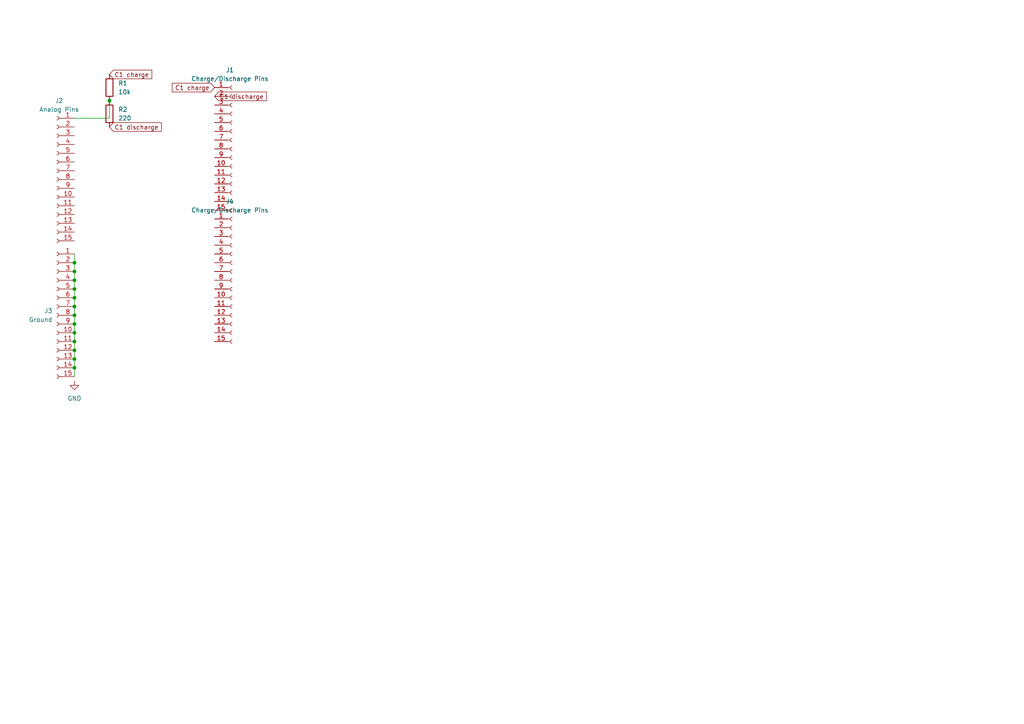
<source format=kicad_sch>
(kicad_sch (version 20211123) (generator eeschema)

  (uuid 52450f7a-da57-4bb4-9870-ff43a200397d)

  (paper "A4")

  (lib_symbols
    (symbol "Connector:Conn_01x15_Female" (pin_names (offset 1.016) hide) (in_bom yes) (on_board yes)
      (property "Reference" "J" (id 0) (at 0 20.32 0)
        (effects (font (size 1.27 1.27)))
      )
      (property "Value" "Conn_01x15_Female" (id 1) (at 0 -20.32 0)
        (effects (font (size 1.27 1.27)))
      )
      (property "Footprint" "" (id 2) (at 0 0 0)
        (effects (font (size 1.27 1.27)) hide)
      )
      (property "Datasheet" "~" (id 3) (at 0 0 0)
        (effects (font (size 1.27 1.27)) hide)
      )
      (property "ki_keywords" "connector" (id 4) (at 0 0 0)
        (effects (font (size 1.27 1.27)) hide)
      )
      (property "ki_description" "Generic connector, single row, 01x15, script generated (kicad-library-utils/schlib/autogen/connector/)" (id 5) (at 0 0 0)
        (effects (font (size 1.27 1.27)) hide)
      )
      (property "ki_fp_filters" "Connector*:*_1x??_*" (id 6) (at 0 0 0)
        (effects (font (size 1.27 1.27)) hide)
      )
      (symbol "Conn_01x15_Female_1_1"
        (arc (start 0 -17.272) (mid -0.508 -17.78) (end 0 -18.288)
          (stroke (width 0.1524) (type default) (color 0 0 0 0))
          (fill (type none))
        )
        (arc (start 0 -14.732) (mid -0.508 -15.24) (end 0 -15.748)
          (stroke (width 0.1524) (type default) (color 0 0 0 0))
          (fill (type none))
        )
        (arc (start 0 -12.192) (mid -0.508 -12.7) (end 0 -13.208)
          (stroke (width 0.1524) (type default) (color 0 0 0 0))
          (fill (type none))
        )
        (arc (start 0 -9.652) (mid -0.508 -10.16) (end 0 -10.668)
          (stroke (width 0.1524) (type default) (color 0 0 0 0))
          (fill (type none))
        )
        (arc (start 0 -7.112) (mid -0.508 -7.62) (end 0 -8.128)
          (stroke (width 0.1524) (type default) (color 0 0 0 0))
          (fill (type none))
        )
        (arc (start 0 -4.572) (mid -0.508 -5.08) (end 0 -5.588)
          (stroke (width 0.1524) (type default) (color 0 0 0 0))
          (fill (type none))
        )
        (arc (start 0 -2.032) (mid -0.508 -2.54) (end 0 -3.048)
          (stroke (width 0.1524) (type default) (color 0 0 0 0))
          (fill (type none))
        )
        (polyline
          (pts
            (xy -1.27 -17.78)
            (xy -0.508 -17.78)
          )
          (stroke (width 0.1524) (type default) (color 0 0 0 0))
          (fill (type none))
        )
        (polyline
          (pts
            (xy -1.27 -15.24)
            (xy -0.508 -15.24)
          )
          (stroke (width 0.1524) (type default) (color 0 0 0 0))
          (fill (type none))
        )
        (polyline
          (pts
            (xy -1.27 -12.7)
            (xy -0.508 -12.7)
          )
          (stroke (width 0.1524) (type default) (color 0 0 0 0))
          (fill (type none))
        )
        (polyline
          (pts
            (xy -1.27 -10.16)
            (xy -0.508 -10.16)
          )
          (stroke (width 0.1524) (type default) (color 0 0 0 0))
          (fill (type none))
        )
        (polyline
          (pts
            (xy -1.27 -7.62)
            (xy -0.508 -7.62)
          )
          (stroke (width 0.1524) (type default) (color 0 0 0 0))
          (fill (type none))
        )
        (polyline
          (pts
            (xy -1.27 -5.08)
            (xy -0.508 -5.08)
          )
          (stroke (width 0.1524) (type default) (color 0 0 0 0))
          (fill (type none))
        )
        (polyline
          (pts
            (xy -1.27 -2.54)
            (xy -0.508 -2.54)
          )
          (stroke (width 0.1524) (type default) (color 0 0 0 0))
          (fill (type none))
        )
        (polyline
          (pts
            (xy -1.27 0)
            (xy -0.508 0)
          )
          (stroke (width 0.1524) (type default) (color 0 0 0 0))
          (fill (type none))
        )
        (polyline
          (pts
            (xy -1.27 2.54)
            (xy -0.508 2.54)
          )
          (stroke (width 0.1524) (type default) (color 0 0 0 0))
          (fill (type none))
        )
        (polyline
          (pts
            (xy -1.27 5.08)
            (xy -0.508 5.08)
          )
          (stroke (width 0.1524) (type default) (color 0 0 0 0))
          (fill (type none))
        )
        (polyline
          (pts
            (xy -1.27 7.62)
            (xy -0.508 7.62)
          )
          (stroke (width 0.1524) (type default) (color 0 0 0 0))
          (fill (type none))
        )
        (polyline
          (pts
            (xy -1.27 10.16)
            (xy -0.508 10.16)
          )
          (stroke (width 0.1524) (type default) (color 0 0 0 0))
          (fill (type none))
        )
        (polyline
          (pts
            (xy -1.27 12.7)
            (xy -0.508 12.7)
          )
          (stroke (width 0.1524) (type default) (color 0 0 0 0))
          (fill (type none))
        )
        (polyline
          (pts
            (xy -1.27 15.24)
            (xy -0.508 15.24)
          )
          (stroke (width 0.1524) (type default) (color 0 0 0 0))
          (fill (type none))
        )
        (polyline
          (pts
            (xy -1.27 17.78)
            (xy -0.508 17.78)
          )
          (stroke (width 0.1524) (type default) (color 0 0 0 0))
          (fill (type none))
        )
        (arc (start 0 0.508) (mid -0.508 0) (end 0 -0.508)
          (stroke (width 0.1524) (type default) (color 0 0 0 0))
          (fill (type none))
        )
        (arc (start 0 3.048) (mid -0.508 2.54) (end 0 2.032)
          (stroke (width 0.1524) (type default) (color 0 0 0 0))
          (fill (type none))
        )
        (arc (start 0 5.588) (mid -0.508 5.08) (end 0 4.572)
          (stroke (width 0.1524) (type default) (color 0 0 0 0))
          (fill (type none))
        )
        (arc (start 0 8.128) (mid -0.508 7.62) (end 0 7.112)
          (stroke (width 0.1524) (type default) (color 0 0 0 0))
          (fill (type none))
        )
        (arc (start 0 10.668) (mid -0.508 10.16) (end 0 9.652)
          (stroke (width 0.1524) (type default) (color 0 0 0 0))
          (fill (type none))
        )
        (arc (start 0 13.208) (mid -0.508 12.7) (end 0 12.192)
          (stroke (width 0.1524) (type default) (color 0 0 0 0))
          (fill (type none))
        )
        (arc (start 0 15.748) (mid -0.508 15.24) (end 0 14.732)
          (stroke (width 0.1524) (type default) (color 0 0 0 0))
          (fill (type none))
        )
        (arc (start 0 18.288) (mid -0.508 17.78) (end 0 17.272)
          (stroke (width 0.1524) (type default) (color 0 0 0 0))
          (fill (type none))
        )
        (pin passive line (at -5.08 17.78 0) (length 3.81)
          (name "Pin_1" (effects (font (size 1.27 1.27))))
          (number "1" (effects (font (size 1.27 1.27))))
        )
        (pin passive line (at -5.08 -5.08 0) (length 3.81)
          (name "Pin_10" (effects (font (size 1.27 1.27))))
          (number "10" (effects (font (size 1.27 1.27))))
        )
        (pin passive line (at -5.08 -7.62 0) (length 3.81)
          (name "Pin_11" (effects (font (size 1.27 1.27))))
          (number "11" (effects (font (size 1.27 1.27))))
        )
        (pin passive line (at -5.08 -10.16 0) (length 3.81)
          (name "Pin_12" (effects (font (size 1.27 1.27))))
          (number "12" (effects (font (size 1.27 1.27))))
        )
        (pin passive line (at -5.08 -12.7 0) (length 3.81)
          (name "Pin_13" (effects (font (size 1.27 1.27))))
          (number "13" (effects (font (size 1.27 1.27))))
        )
        (pin passive line (at -5.08 -15.24 0) (length 3.81)
          (name "Pin_14" (effects (font (size 1.27 1.27))))
          (number "14" (effects (font (size 1.27 1.27))))
        )
        (pin passive line (at -5.08 -17.78 0) (length 3.81)
          (name "Pin_15" (effects (font (size 1.27 1.27))))
          (number "15" (effects (font (size 1.27 1.27))))
        )
        (pin passive line (at -5.08 15.24 0) (length 3.81)
          (name "Pin_2" (effects (font (size 1.27 1.27))))
          (number "2" (effects (font (size 1.27 1.27))))
        )
        (pin passive line (at -5.08 12.7 0) (length 3.81)
          (name "Pin_3" (effects (font (size 1.27 1.27))))
          (number "3" (effects (font (size 1.27 1.27))))
        )
        (pin passive line (at -5.08 10.16 0) (length 3.81)
          (name "Pin_4" (effects (font (size 1.27 1.27))))
          (number "4" (effects (font (size 1.27 1.27))))
        )
        (pin passive line (at -5.08 7.62 0) (length 3.81)
          (name "Pin_5" (effects (font (size 1.27 1.27))))
          (number "5" (effects (font (size 1.27 1.27))))
        )
        (pin passive line (at -5.08 5.08 0) (length 3.81)
          (name "Pin_6" (effects (font (size 1.27 1.27))))
          (number "6" (effects (font (size 1.27 1.27))))
        )
        (pin passive line (at -5.08 2.54 0) (length 3.81)
          (name "Pin_7" (effects (font (size 1.27 1.27))))
          (number "7" (effects (font (size 1.27 1.27))))
        )
        (pin passive line (at -5.08 0 0) (length 3.81)
          (name "Pin_8" (effects (font (size 1.27 1.27))))
          (number "8" (effects (font (size 1.27 1.27))))
        )
        (pin passive line (at -5.08 -2.54 0) (length 3.81)
          (name "Pin_9" (effects (font (size 1.27 1.27))))
          (number "9" (effects (font (size 1.27 1.27))))
        )
      )
    )
    (symbol "Device:R" (pin_numbers hide) (pin_names (offset 0)) (in_bom yes) (on_board yes)
      (property "Reference" "R" (id 0) (at 2.032 0 90)
        (effects (font (size 1.27 1.27)))
      )
      (property "Value" "R" (id 1) (at 0 0 90)
        (effects (font (size 1.27 1.27)))
      )
      (property "Footprint" "" (id 2) (at -1.778 0 90)
        (effects (font (size 1.27 1.27)) hide)
      )
      (property "Datasheet" "~" (id 3) (at 0 0 0)
        (effects (font (size 1.27 1.27)) hide)
      )
      (property "ki_keywords" "R res resistor" (id 4) (at 0 0 0)
        (effects (font (size 1.27 1.27)) hide)
      )
      (property "ki_description" "Resistor" (id 5) (at 0 0 0)
        (effects (font (size 1.27 1.27)) hide)
      )
      (property "ki_fp_filters" "R_*" (id 6) (at 0 0 0)
        (effects (font (size 1.27 1.27)) hide)
      )
      (symbol "R_0_1"
        (rectangle (start -1.016 -2.54) (end 1.016 2.54)
          (stroke (width 0.254) (type default) (color 0 0 0 0))
          (fill (type none))
        )
      )
      (symbol "R_1_1"
        (pin passive line (at 0 3.81 270) (length 1.27)
          (name "~" (effects (font (size 1.27 1.27))))
          (number "1" (effects (font (size 1.27 1.27))))
        )
        (pin passive line (at 0 -3.81 90) (length 1.27)
          (name "~" (effects (font (size 1.27 1.27))))
          (number "2" (effects (font (size 1.27 1.27))))
        )
      )
    )
    (symbol "power:GND" (power) (pin_names (offset 0)) (in_bom yes) (on_board yes)
      (property "Reference" "#PWR" (id 0) (at 0 -6.35 0)
        (effects (font (size 1.27 1.27)) hide)
      )
      (property "Value" "GND" (id 1) (at 0 -3.81 0)
        (effects (font (size 1.27 1.27)))
      )
      (property "Footprint" "" (id 2) (at 0 0 0)
        (effects (font (size 1.27 1.27)) hide)
      )
      (property "Datasheet" "" (id 3) (at 0 0 0)
        (effects (font (size 1.27 1.27)) hide)
      )
      (property "ki_keywords" "power-flag" (id 4) (at 0 0 0)
        (effects (font (size 1.27 1.27)) hide)
      )
      (property "ki_description" "Power symbol creates a global label with name \"GND\" , ground" (id 5) (at 0 0 0)
        (effects (font (size 1.27 1.27)) hide)
      )
      (symbol "GND_0_1"
        (polyline
          (pts
            (xy 0 0)
            (xy 0 -1.27)
            (xy 1.27 -1.27)
            (xy 0 -2.54)
            (xy -1.27 -1.27)
            (xy 0 -1.27)
          )
          (stroke (width 0) (type default) (color 0 0 0 0))
          (fill (type none))
        )
      )
      (symbol "GND_1_1"
        (pin power_in line (at 0 0 270) (length 0) hide
          (name "GND" (effects (font (size 1.27 1.27))))
          (number "1" (effects (font (size 1.27 1.27))))
        )
      )
    )
  )

  (junction (at 21.59 88.9) (diameter 0) (color 0 0 0 0)
    (uuid 04c2bdbe-7fc8-4e81-952f-a6fdeb0c3e4b)
  )
  (junction (at 21.59 93.98) (diameter 0) (color 0 0 0 0)
    (uuid 0bfe22ed-342c-481e-ae42-768e218fe6a9)
  )
  (junction (at 21.59 86.36) (diameter 0) (color 0 0 0 0)
    (uuid 1cb71422-cf99-4d5e-849a-dd09549d82a1)
  )
  (junction (at 21.59 96.52) (diameter 0) (color 0 0 0 0)
    (uuid 3ccd17cd-0626-411c-9d3e-f76024090ed3)
  )
  (junction (at 21.59 81.28) (diameter 0) (color 0 0 0 0)
    (uuid 3e9d46f0-3860-46eb-bc2e-6ac1ab61f338)
  )
  (junction (at 31.75 29.21) (diameter 0) (color 0 0 0 0)
    (uuid 41cd04ac-5157-43c5-9d54-f57c4059b6ee)
  )
  (junction (at 21.59 101.6) (diameter 0) (color 0 0 0 0)
    (uuid 4ab65b11-1c71-4a13-af3f-368915b95f59)
  )
  (junction (at 21.59 106.68) (diameter 0) (color 0 0 0 0)
    (uuid 4aba326b-cc23-4bc8-be8f-ee1b7e2439f8)
  )
  (junction (at 21.59 78.74) (diameter 0) (color 0 0 0 0)
    (uuid 6d8235cf-f39d-4b3a-827f-088d139d5eb7)
  )
  (junction (at 21.59 83.82) (diameter 0) (color 0 0 0 0)
    (uuid 6f94b938-2266-4246-a295-b509201de1f9)
  )
  (junction (at 21.59 99.06) (diameter 0) (color 0 0 0 0)
    (uuid 902344a1-d4f2-4be6-b650-0a7a251d581c)
  )
  (junction (at 21.59 104.14) (diameter 0) (color 0 0 0 0)
    (uuid b6b3c381-b9a8-4005-8c1a-47516610cadf)
  )
  (junction (at 21.59 76.2) (diameter 0) (color 0 0 0 0)
    (uuid beb3181c-add6-483d-a708-8d00179f8c65)
  )
  (junction (at 21.59 91.44) (diameter 0) (color 0 0 0 0)
    (uuid de07522b-5962-4b4f-a75b-3be2f3a9542e)
  )

  (wire (pts (xy 21.59 101.6) (xy 21.59 104.14))
    (stroke (width 0) (type default) (color 0 0 0 0))
    (uuid 2209cf74-f327-49f5-ad64-3ee0258b4fb6)
  )
  (wire (pts (xy 21.59 83.82) (xy 21.59 86.36))
    (stroke (width 0) (type default) (color 0 0 0 0))
    (uuid 30d80698-7a54-4e81-a03e-5da76cc6a5ff)
  )
  (wire (pts (xy 21.59 81.28) (xy 21.59 83.82))
    (stroke (width 0) (type default) (color 0 0 0 0))
    (uuid 37f25a75-7585-4515-862e-a77d6c79e742)
  )
  (wire (pts (xy 21.59 76.2) (xy 21.59 78.74))
    (stroke (width 0) (type default) (color 0 0 0 0))
    (uuid 43e1d850-acac-4370-913a-f31a3522a794)
  )
  (wire (pts (xy 21.59 99.06) (xy 21.59 101.6))
    (stroke (width 0) (type default) (color 0 0 0 0))
    (uuid 59104928-402d-4f95-ae40-02c8d4a0b3e2)
  )
  (wire (pts (xy 21.59 34.29) (xy 31.75 34.29))
    (stroke (width 0) (type default) (color 0 0 0 0))
    (uuid 5910dc52-cf41-4431-9d37-7347e792195d)
  )
  (wire (pts (xy 21.59 93.98) (xy 21.59 96.52))
    (stroke (width 0) (type default) (color 0 0 0 0))
    (uuid 6215b930-aad6-4f24-b02e-7c5b9a979f4f)
  )
  (wire (pts (xy 21.59 91.44) (xy 21.59 93.98))
    (stroke (width 0) (type default) (color 0 0 0 0))
    (uuid 69c4ad94-476c-481a-8295-1343f3de56ea)
  )
  (wire (pts (xy 21.59 73.66) (xy 21.59 76.2))
    (stroke (width 0) (type default) (color 0 0 0 0))
    (uuid 79aa2d5c-1272-47bb-878d-9dc5300dfe7d)
  )
  (wire (pts (xy 21.59 96.52) (xy 21.59 99.06))
    (stroke (width 0) (type default) (color 0 0 0 0))
    (uuid b3e01018-464b-43db-8c74-2de69bb6f56a)
  )
  (wire (pts (xy 31.75 34.29) (xy 31.75 29.21))
    (stroke (width 0) (type default) (color 0 0 0 0))
    (uuid b43a1059-9d90-4204-9534-89717d81bfd4)
  )
  (wire (pts (xy 21.59 88.9) (xy 21.59 91.44))
    (stroke (width 0) (type default) (color 0 0 0 0))
    (uuid e44fd9e7-e5a8-4920-8e87-5b54a9cc0470)
  )
  (wire (pts (xy 21.59 86.36) (xy 21.59 88.9))
    (stroke (width 0) (type default) (color 0 0 0 0))
    (uuid eb43364a-58da-4fa9-bcaf-2c939d7bb10d)
  )
  (wire (pts (xy 21.59 106.68) (xy 21.59 109.22))
    (stroke (width 0) (type default) (color 0 0 0 0))
    (uuid ebe1c062-bc3d-439d-ac47-53268545742e)
  )
  (wire (pts (xy 21.59 104.14) (xy 21.59 106.68))
    (stroke (width 0) (type default) (color 0 0 0 0))
    (uuid f02f1e54-10ef-42f3-8c68-9cd7bab9e741)
  )
  (wire (pts (xy 21.59 78.74) (xy 21.59 81.28))
    (stroke (width 0) (type default) (color 0 0 0 0))
    (uuid f370c3fb-41eb-40d7-8df9-1f6d57718a9c)
  )

  (global_label "C1 discharge" (shape input) (at 31.75 36.83 0) (fields_autoplaced)
    (effects (font (size 1.27 1.27)) (justify left))
    (uuid 545b07c2-b618-4775-bbdf-2eeb5ab211ff)
    (property "Intersheet References" "${INTERSHEET_REFS}" (id 0) (at 46.8026 36.7506 0)
      (effects (font (size 1.27 1.27)) (justify left) hide)
    )
  )
  (global_label "C1 discharge" (shape input) (at 62.23 27.94 0) (fields_autoplaced)
    (effects (font (size 1.27 1.27)) (justify left))
    (uuid 7b475df3-593c-4cd3-bc21-99b2cc7060ec)
    (property "Intersheet References" "${INTERSHEET_REFS}" (id 0) (at 77.2826 27.8606 0)
      (effects (font (size 1.27 1.27)) (justify left) hide)
    )
  )
  (global_label "C1 charge" (shape input) (at 31.75 21.59 0) (fields_autoplaced)
    (effects (font (size 1.27 1.27)) (justify left))
    (uuid b4b684ca-2758-4b98-8455-36aff5541fa8)
    (property "Intersheet References" "${INTERSHEET_REFS}" (id 0) (at 44.0207 21.5106 0)
      (effects (font (size 1.27 1.27)) (justify left) hide)
    )
  )
  (global_label "C1 charge" (shape input) (at 62.23 25.4 180) (fields_autoplaced)
    (effects (font (size 1.27 1.27)) (justify right))
    (uuid dabed57a-1429-4c5f-abd4-9fc04fa3eb25)
    (property "Intersheet References" "${INTERSHEET_REFS}" (id 0) (at 49.9593 25.3206 0)
      (effects (font (size 1.27 1.27)) (justify right) hide)
    )
  )

  (symbol (lib_id "Device:R") (at 31.75 33.02 0) (unit 1)
    (in_bom yes) (on_board yes) (fields_autoplaced)
    (uuid 02f25b3e-2654-47ee-bd96-0743b2f652f1)
    (property "Reference" "R2" (id 0) (at 34.29 31.7499 0)
      (effects (font (size 1.27 1.27)) (justify left))
    )
    (property "Value" "220" (id 1) (at 34.29 34.2899 0)
      (effects (font (size 1.27 1.27)) (justify left))
    )
    (property "Footprint" "Resistor_SMD:R_0603_1608Metric" (id 2) (at 29.972 33.02 90)
      (effects (font (size 1.27 1.27)) hide)
    )
    (property "Datasheet" "~" (id 3) (at 31.75 33.02 0)
      (effects (font (size 1.27 1.27)) hide)
    )
    (pin "1" (uuid c0c2f0b7-6a6c-4ec6-a631-928bdc05a200))
    (pin "2" (uuid f1adee43-dbac-493c-a83e-c1910f5a9b77))
  )

  (symbol (lib_id "Connector:Conn_01x15_Female") (at 16.51 91.44 0) (mirror y) (unit 1)
    (in_bom yes) (on_board yes) (fields_autoplaced)
    (uuid 1eb11382-04da-4d76-9db9-8049136e46a7)
    (property "Reference" "J3" (id 0) (at 15.24 90.1699 0)
      (effects (font (size 1.27 1.27)) (justify left))
    )
    (property "Value" "Ground" (id 1) (at 15.24 92.7099 0)
      (effects (font (size 1.27 1.27)) (justify left))
    )
    (property "Footprint" "TerminalBlock_4Ucon:TerminalBlock_4Ucon_1x15_P3.50mm_Vertical" (id 2) (at 16.51 91.44 0)
      (effects (font (size 1.27 1.27)) hide)
    )
    (property "Datasheet" "~" (id 3) (at 16.51 91.44 0)
      (effects (font (size 1.27 1.27)) hide)
    )
    (pin "1" (uuid 0497ef70-ba24-45fd-af86-b7da04ce7862))
    (pin "10" (uuid cea68dcc-29bc-4cc0-955f-91d644b15005))
    (pin "11" (uuid 23a3195c-fa82-4e43-9d0a-4543ae15d14e))
    (pin "12" (uuid 6473d382-201d-4c31-b95f-cf451bf42497))
    (pin "13" (uuid d6232e44-8836-4038-8329-44a4e7e21185))
    (pin "14" (uuid 907dd707-4b3c-45dc-a626-20c6a0f94e74))
    (pin "15" (uuid cb05463b-3d84-4750-b6f3-d23e7b1dce58))
    (pin "2" (uuid b8962f9e-ff54-4f58-9aa0-e23af3424905))
    (pin "3" (uuid 770e137c-776e-4fea-b46a-2d088dc167fc))
    (pin "4" (uuid 054fd882-734d-42df-b33f-d947273197c6))
    (pin "5" (uuid 91e5c1d9-dca8-4ae7-b3b2-3bece19c368d))
    (pin "6" (uuid 2b818805-fb6c-44a3-b0c5-fc6c762a2fcd))
    (pin "7" (uuid c42ab35e-ddcc-4556-bcc2-c6f563fc0c44))
    (pin "8" (uuid 3d61899b-38b7-4d9d-ba5d-a6c55a25e875))
    (pin "9" (uuid 0c390014-769d-495d-8fdd-c7e00cd63c54))
  )

  (symbol (lib_id "power:GND") (at 21.59 110.49 0) (unit 1)
    (in_bom yes) (on_board yes) (fields_autoplaced)
    (uuid 2106005d-0989-41c1-8c42-2087a17823b2)
    (property "Reference" "#PWR0101" (id 0) (at 21.59 116.84 0)
      (effects (font (size 1.27 1.27)) hide)
    )
    (property "Value" "GND" (id 1) (at 21.59 115.57 0))
    (property "Footprint" "" (id 2) (at 21.59 110.49 0)
      (effects (font (size 1.27 1.27)) hide)
    )
    (property "Datasheet" "" (id 3) (at 21.59 110.49 0)
      (effects (font (size 1.27 1.27)) hide)
    )
    (pin "1" (uuid 251b9844-816b-40b5-b59b-e2b051294ad8))
  )

  (symbol (lib_id "Device:R") (at 31.75 25.4 0) (unit 1)
    (in_bom yes) (on_board yes) (fields_autoplaced)
    (uuid 540ea530-4d29-47d4-9570-1137fb3dd8c2)
    (property "Reference" "R1" (id 0) (at 34.29 24.1299 0)
      (effects (font (size 1.27 1.27)) (justify left))
    )
    (property "Value" "10k" (id 1) (at 34.29 26.6699 0)
      (effects (font (size 1.27 1.27)) (justify left))
    )
    (property "Footprint" "Resistor_SMD:R_0603_1608Metric" (id 2) (at 29.972 25.4 90)
      (effects (font (size 1.27 1.27)) hide)
    )
    (property "Datasheet" "~" (id 3) (at 31.75 25.4 0)
      (effects (font (size 1.27 1.27)) hide)
    )
    (pin "1" (uuid 631a59ab-53f4-4edc-8348-f9d6e834efb2))
    (pin "2" (uuid 692997ca-3cf7-4c1b-a700-e284ea984020))
  )

  (symbol (lib_id "Connector:Conn_01x15_Female") (at 67.31 81.28 0) (unit 1)
    (in_bom yes) (on_board yes) (fields_autoplaced)
    (uuid 6ecd4175-b882-45a3-bae1-515821a11935)
    (property "Reference" "J4" (id 0) (at 66.675 58.42 0))
    (property "Value" "Charge/Discharge Pins" (id 1) (at 66.675 60.96 0))
    (property "Footprint" "TerminalBlock_4Ucon:TerminalBlock_4Ucon_1x15_P3.50mm_Vertical" (id 2) (at 67.31 81.28 0)
      (effects (font (size 1.27 1.27)) hide)
    )
    (property "Datasheet" "~" (id 3) (at 67.31 81.28 0)
      (effects (font (size 1.27 1.27)) hide)
    )
    (pin "1" (uuid 392ee479-5c89-4557-bea6-7f43be8747fc))
    (pin "10" (uuid d2e43eca-99b7-4822-9fa2-bdcc30af4ed6))
    (pin "11" (uuid 09e3170b-1ebf-43d3-b516-4505fdc9aa60))
    (pin "12" (uuid cdbda19b-2edb-478d-ace3-0d3164d15a43))
    (pin "13" (uuid b4b11a7e-7cb1-4976-95a6-1bb2a00288a2))
    (pin "14" (uuid 6e9aaa34-f8c1-4878-8ccb-48d6e6202fa8))
    (pin "15" (uuid 5bc73c20-093e-47db-8848-356b61c61981))
    (pin "2" (uuid 2f44292b-e93a-4dc5-9d2d-cbacee2a0b45))
    (pin "3" (uuid bf3b8fd7-a556-4ddf-a948-9d0c1c18ef1d))
    (pin "4" (uuid 59ab6bcf-ef20-4ff7-b6cb-01bbf6b8b59a))
    (pin "5" (uuid 96e5de9d-1463-4ac7-91ab-491041069422))
    (pin "6" (uuid 9979920f-45cc-488b-b802-dea1a7784247))
    (pin "7" (uuid 72864c70-42b9-45ec-bae8-096ef259f6c5))
    (pin "8" (uuid 9b25809c-ae1c-4870-9465-0c06a46a760b))
    (pin "9" (uuid 5c8c32e0-8a81-4c88-b092-b32be272bd06))
  )

  (symbol (lib_id "Connector:Conn_01x15_Female") (at 67.31 43.18 0) (unit 1)
    (in_bom yes) (on_board yes) (fields_autoplaced)
    (uuid 9158fcef-dff6-40ea-a7c3-7dd5ac8ad6c1)
    (property "Reference" "J1" (id 0) (at 66.675 20.32 0))
    (property "Value" "Charge/Discharge Pins" (id 1) (at 66.675 22.86 0))
    (property "Footprint" "TerminalBlock_4Ucon:TerminalBlock_4Ucon_1x15_P3.50mm_Vertical" (id 2) (at 67.31 43.18 0)
      (effects (font (size 1.27 1.27)) hide)
    )
    (property "Datasheet" "~" (id 3) (at 67.31 43.18 0)
      (effects (font (size 1.27 1.27)) hide)
    )
    (pin "1" (uuid 2fe8f010-3ecc-4cce-91ee-03a20e32d428))
    (pin "10" (uuid 88a797cb-2737-4c33-9cb8-5691c4ab63b1))
    (pin "11" (uuid 4b235e49-9a06-438d-b413-5a405b7da8fa))
    (pin "12" (uuid 77fc5ccf-117e-4921-a24c-9ac86a55579d))
    (pin "13" (uuid 66eaa054-1f88-424a-a496-3ba5a47f01f8))
    (pin "14" (uuid e31ff16f-51f6-4d47-9131-8d3aa445200e))
    (pin "15" (uuid 9c3a71ef-2faa-441e-b345-bf3a3bdbad33))
    (pin "2" (uuid 12499800-90f4-469d-8eb3-3ae8f5841e06))
    (pin "3" (uuid c589ac12-51f3-4fed-812b-58cee4201a34))
    (pin "4" (uuid d5e7584b-6218-438b-bd1a-425bae9064bc))
    (pin "5" (uuid e94d71ae-45cc-4782-9897-471a7d8cfa2a))
    (pin "6" (uuid d4a45889-7d85-42c2-a11a-8fe5e097de63))
    (pin "7" (uuid 81a8b2f8-b870-4f65-a29b-98c2bf218af4))
    (pin "8" (uuid 3ccf611d-3225-4f1e-a57d-8ac5b2908e87))
    (pin "9" (uuid 591823f3-1b87-41ac-ac0a-b69d4ebe1e0d))
  )

  (symbol (lib_id "Connector:Conn_01x15_Female") (at 16.51 52.07 0) (mirror y) (unit 1)
    (in_bom yes) (on_board yes) (fields_autoplaced)
    (uuid c29e3eba-01f5-45cb-a4a3-7e2e0dd360c7)
    (property "Reference" "J2" (id 0) (at 17.145 29.21 0))
    (property "Value" "Analog Pins" (id 1) (at 17.145 31.75 0))
    (property "Footprint" "TerminalBlock_4Ucon:TerminalBlock_4Ucon_1x15_P3.50mm_Vertical" (id 2) (at 16.51 52.07 0)
      (effects (font (size 1.27 1.27)) hide)
    )
    (property "Datasheet" "~" (id 3) (at 16.51 52.07 0)
      (effects (font (size 1.27 1.27)) hide)
    )
    (pin "1" (uuid aa33154e-83ae-4a08-9907-4d6aeca6e4e2))
    (pin "10" (uuid 6f6cbd27-c0c2-4b52-8042-dff303d73901))
    (pin "11" (uuid 2df735e1-1a7f-4664-b2f4-3c02634f25fe))
    (pin "12" (uuid fe8d65da-6861-4f19-b573-9c0369c59976))
    (pin "13" (uuid 3076ccde-56df-4df8-b0e4-a459e5ca03c9))
    (pin "14" (uuid 917b1db0-d608-4cb6-94a1-3ffd43c5b047))
    (pin "15" (uuid a2a76b65-91e7-42da-af8f-d4dd5e9c2d92))
    (pin "2" (uuid 5ffb7745-a7ee-49be-ab15-38bb43ce27fe))
    (pin "3" (uuid d9d29227-84c8-491b-9d22-8e28f78da914))
    (pin "4" (uuid ca0b6cf1-c053-40ed-a59f-ba6f9c277687))
    (pin "5" (uuid fd57e82d-1c0a-44da-978f-abad80e9be31))
    (pin "6" (uuid 38253c20-3fec-4474-85e4-0192ec122300))
    (pin "7" (uuid 221e4fb8-b3eb-40ea-8f3a-5a6a5665ed0c))
    (pin "8" (uuid 1368f088-c1a7-431d-a8af-df786d1a9dfc))
    (pin "9" (uuid 75ca7b58-eccb-490d-9835-2b378e05d8d4))
  )

  (sheet_instances
    (path "/" (page "1"))
  )

  (symbol_instances
    (path "/2106005d-0989-41c1-8c42-2087a17823b2"
      (reference "#PWR0101") (unit 1) (value "GND") (footprint "")
    )
    (path "/9158fcef-dff6-40ea-a7c3-7dd5ac8ad6c1"
      (reference "J1") (unit 1) (value "Charge/Discharge Pins") (footprint "TerminalBlock_4Ucon:TerminalBlock_4Ucon_1x15_P3.50mm_Vertical")
    )
    (path "/c29e3eba-01f5-45cb-a4a3-7e2e0dd360c7"
      (reference "J2") (unit 1) (value "Analog Pins") (footprint "TerminalBlock_4Ucon:TerminalBlock_4Ucon_1x15_P3.50mm_Vertical")
    )
    (path "/1eb11382-04da-4d76-9db9-8049136e46a7"
      (reference "J3") (unit 1) (value "Ground") (footprint "TerminalBlock_4Ucon:TerminalBlock_4Ucon_1x15_P3.50mm_Vertical")
    )
    (path "/6ecd4175-b882-45a3-bae1-515821a11935"
      (reference "J4") (unit 1) (value "Charge/Discharge Pins") (footprint "TerminalBlock_4Ucon:TerminalBlock_4Ucon_1x15_P3.50mm_Vertical")
    )
    (path "/540ea530-4d29-47d4-9570-1137fb3dd8c2"
      (reference "R1") (unit 1) (value "10k") (footprint "Resistor_SMD:R_0603_1608Metric")
    )
    (path "/02f25b3e-2654-47ee-bd96-0743b2f652f1"
      (reference "R2") (unit 1) (value "220") (footprint "Resistor_SMD:R_0603_1608Metric")
    )
  )
)

</source>
